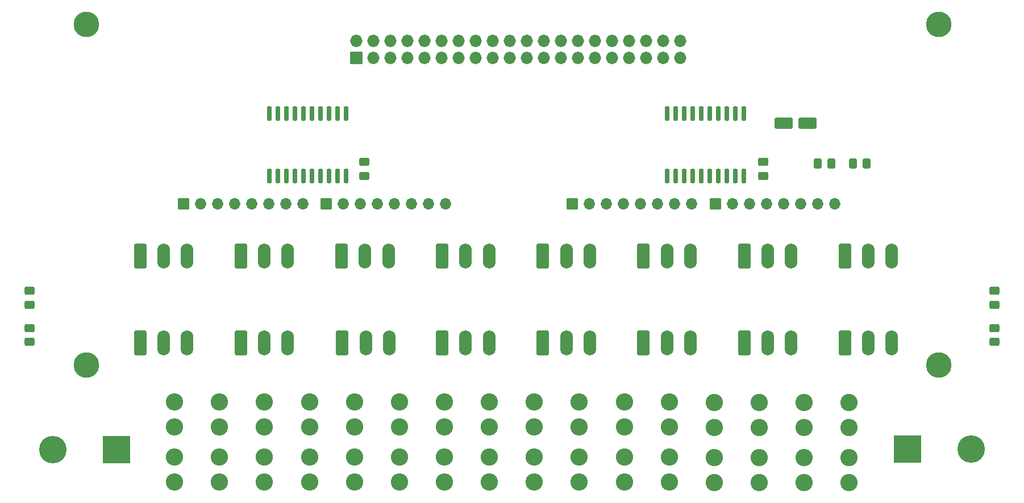
<source format=gbr>
G04 #@! TF.GenerationSoftware,KiCad,Pcbnew,(6.0.5)*
G04 #@! TF.CreationDate,2022-05-09T00:24:36-04:00*
G04 #@! TF.ProjectId,PB_16,50425f31-362e-46b6-9963-61645f706362,v2*
G04 #@! TF.SameCoordinates,Original*
G04 #@! TF.FileFunction,Soldermask,Top*
G04 #@! TF.FilePolarity,Negative*
%FSLAX46Y46*%
G04 Gerber Fmt 4.6, Leading zero omitted, Abs format (unit mm)*
G04 Created by KiCad (PCBNEW (6.0.5)) date 2022-05-09 00:24:36*
%MOMM*%
%LPD*%
G01*
G04 APERTURE LIST*
G04 Aperture macros list*
%AMRoundRect*
0 Rectangle with rounded corners*
0 $1 Rounding radius*
0 $2 $3 $4 $5 $6 $7 $8 $9 X,Y pos of 4 corners*
0 Add a 4 corners polygon primitive as box body*
4,1,4,$2,$3,$4,$5,$6,$7,$8,$9,$2,$3,0*
0 Add four circle primitives for the rounded corners*
1,1,$1+$1,$2,$3*
1,1,$1+$1,$4,$5*
1,1,$1+$1,$6,$7*
1,1,$1+$1,$8,$9*
0 Add four rect primitives between the rounded corners*
20,1,$1+$1,$2,$3,$4,$5,0*
20,1,$1+$1,$4,$5,$6,$7,0*
20,1,$1+$1,$6,$7,$8,$9,0*
20,1,$1+$1,$8,$9,$2,$3,0*%
G04 Aperture macros list end*
%ADD10RoundRect,0.301000X-1.050000X-0.550000X1.050000X-0.550000X1.050000X0.550000X-1.050000X0.550000X0*%
%ADD11RoundRect,0.300999X0.450001X-0.325001X0.450001X0.325001X-0.450001X0.325001X-0.450001X-0.325001X0*%
%ADD12RoundRect,0.301000X-0.650000X-1.550000X0.650000X-1.550000X0.650000X1.550000X-0.650000X1.550000X0*%
%ADD13O,1.902000X3.702000*%
%ADD14C,2.577000*%
%ADD15RoundRect,0.051000X-0.800000X-0.800000X0.800000X-0.800000X0.800000X0.800000X-0.800000X0.800000X0*%
%ADD16O,1.702000X1.702000*%
%ADD17C,3.802000*%
%ADD18RoundRect,0.300999X-0.450001X0.325001X-0.450001X-0.325001X0.450001X-0.325001X0.450001X0.325001X0*%
%ADD19RoundRect,0.300999X0.325001X0.450001X-0.325001X0.450001X-0.325001X-0.450001X0.325001X-0.450001X0*%
%ADD20RoundRect,0.051000X0.863600X-0.863600X0.863600X0.863600X-0.863600X0.863600X-0.863600X-0.863600X0*%
%ADD21O,1.829200X1.829200*%
%ADD22RoundRect,0.051000X2.000000X2.000000X-2.000000X2.000000X-2.000000X-2.000000X2.000000X-2.000000X0*%
%ADD23C,4.102000*%
%ADD24RoundRect,0.051000X-2.000000X-2.000000X2.000000X-2.000000X2.000000X2.000000X-2.000000X2.000000X0*%
%ADD25RoundRect,0.201000X-0.150000X0.875000X-0.150000X-0.875000X0.150000X-0.875000X0.150000X0.875000X0*%
G04 APERTURE END LIST*
D10*
X184951000Y-96817800D03*
X188551000Y-96817800D03*
D11*
X181901000Y-104642800D03*
X181901000Y-102592800D03*
D12*
X89100000Y-129600000D03*
D13*
X92600000Y-129600000D03*
X96100000Y-129600000D03*
D12*
X119100000Y-116600000D03*
D13*
X122600000Y-116600000D03*
X126100000Y-116600000D03*
D12*
X119214342Y-129600000D03*
D13*
X122714342Y-129600000D03*
X126214342Y-129600000D03*
D12*
X134100000Y-116600000D03*
D13*
X137600000Y-116600000D03*
X141100000Y-116600000D03*
D12*
X134100000Y-129600000D03*
D13*
X137600000Y-129600000D03*
X141100000Y-129600000D03*
D12*
X149100000Y-116600000D03*
D13*
X152600000Y-116600000D03*
X156100000Y-116600000D03*
D12*
X149100000Y-129600000D03*
D13*
X152600000Y-129600000D03*
X156100000Y-129600000D03*
D12*
X164100000Y-116600000D03*
D13*
X167600000Y-116600000D03*
X171100000Y-116600000D03*
D12*
X164100000Y-129600000D03*
D13*
X167600000Y-129600000D03*
X171100000Y-129600000D03*
D12*
X179100000Y-116600000D03*
D13*
X182600000Y-116600000D03*
X186100000Y-116600000D03*
D12*
X179100000Y-129600000D03*
D13*
X182600000Y-129600000D03*
X186100000Y-129600000D03*
D12*
X194100000Y-116600000D03*
D13*
X197600000Y-116600000D03*
X201100000Y-116600000D03*
D12*
X194100000Y-129600000D03*
D13*
X197600000Y-129600000D03*
X201100000Y-129600000D03*
D14*
X94222600Y-150288600D03*
X94222600Y-146588600D03*
X94222600Y-142088600D03*
X94222600Y-138388600D03*
X134425198Y-150298600D03*
X134425198Y-146598600D03*
X134425198Y-142098600D03*
X134425198Y-138398600D03*
X181328229Y-150363600D03*
X181328229Y-146663600D03*
X181328229Y-142163600D03*
X181328229Y-138463600D03*
D11*
X122501000Y-104642800D03*
X122501000Y-102592800D03*
D14*
X100923033Y-150303600D03*
X100923033Y-146603600D03*
X100923033Y-142103600D03*
X100923033Y-138403600D03*
X127724765Y-150298600D03*
X127724765Y-146598600D03*
X127724765Y-142098600D03*
X127724765Y-138398600D03*
X141125631Y-150298600D03*
X141125631Y-146598600D03*
X141125631Y-142098600D03*
X141125631Y-138398600D03*
X147826064Y-150298600D03*
X147826064Y-146598600D03*
X147826064Y-142098600D03*
X147826064Y-138398600D03*
X154526497Y-150298600D03*
X154526497Y-146598600D03*
X154526497Y-142098600D03*
X154526497Y-138398600D03*
X194729100Y-150363600D03*
X194729100Y-146663600D03*
X194729100Y-142163600D03*
X194729100Y-138463600D03*
X121024332Y-150298600D03*
X121024332Y-146598600D03*
X121024332Y-142098600D03*
X121024332Y-138398600D03*
X107623466Y-150303600D03*
X107623466Y-146603600D03*
X107623466Y-142103600D03*
X107623466Y-138403600D03*
X174627796Y-150363600D03*
X174627796Y-146663600D03*
X174627796Y-142163600D03*
X174627796Y-138463600D03*
D15*
X95561500Y-108813600D03*
D16*
X98101500Y-108813600D03*
X100641500Y-108813600D03*
X103181500Y-108813600D03*
X105721500Y-108813600D03*
X108261500Y-108813600D03*
X110801500Y-108813600D03*
X113341500Y-108813600D03*
D14*
X161226930Y-150298600D03*
X161226930Y-146598600D03*
X161226930Y-142098600D03*
X161226930Y-138398600D03*
D15*
X153486200Y-108813600D03*
D16*
X156026200Y-108813600D03*
X158566200Y-108813600D03*
X161106200Y-108813600D03*
X163646200Y-108813600D03*
X166186200Y-108813600D03*
X168726200Y-108813600D03*
X171266200Y-108813600D03*
D15*
X174812600Y-108813600D03*
D16*
X177352600Y-108813600D03*
X179892600Y-108813600D03*
X182432600Y-108813600D03*
X184972600Y-108813600D03*
X187512600Y-108813600D03*
X190052600Y-108813600D03*
X192592600Y-108813600D03*
D15*
X116852700Y-108813600D03*
D16*
X119392700Y-108813600D03*
X121932700Y-108813600D03*
X124472700Y-108813600D03*
X127012700Y-108813600D03*
X129552700Y-108813600D03*
X132092700Y-108813600D03*
X134632700Y-108813600D03*
D14*
X114323899Y-150303600D03*
X114323899Y-146603600D03*
X114323899Y-142103600D03*
X114323899Y-138403600D03*
D12*
X89100000Y-116600000D03*
D13*
X92600000Y-116600000D03*
X96100000Y-116600000D03*
D12*
X104100000Y-116600000D03*
D13*
X107600000Y-116600000D03*
X111100000Y-116600000D03*
D12*
X104100000Y-129600000D03*
D13*
X107600000Y-129600000D03*
X111100000Y-129600000D03*
D14*
X188028662Y-150363600D03*
X188028662Y-146663600D03*
X188028662Y-142163600D03*
X188028662Y-138463600D03*
X167927363Y-150298600D03*
X167927363Y-146598600D03*
X167927363Y-142098600D03*
X167927363Y-138398600D03*
D17*
X81113000Y-82066600D03*
X208113000Y-82066600D03*
D18*
X72601000Y-121806000D03*
X72601000Y-123856000D03*
X72601000Y-127367000D03*
X72601000Y-129417000D03*
D19*
X192126000Y-102817800D03*
X190076000Y-102817800D03*
D20*
X121301000Y-87057800D03*
D21*
X121301000Y-84517800D03*
X123841000Y-87057800D03*
X123841000Y-84517800D03*
X126381000Y-87057800D03*
X126381000Y-84517800D03*
X128921000Y-87057800D03*
X128921000Y-84517800D03*
X131461000Y-87057800D03*
X131461000Y-84517800D03*
X134001000Y-87057800D03*
X134001000Y-84517800D03*
X136541000Y-87057800D03*
X136541000Y-84517800D03*
X139081000Y-87057800D03*
X139081000Y-84517800D03*
X141621000Y-87057800D03*
X141621000Y-84517800D03*
X144161000Y-87057800D03*
X144161000Y-84517800D03*
X146701000Y-87057800D03*
X146701000Y-84517800D03*
X149241000Y-87057800D03*
X149241000Y-84517800D03*
X151781000Y-87057800D03*
X151781000Y-84517800D03*
X154321000Y-87057800D03*
X154321000Y-84517800D03*
X156861000Y-87057800D03*
X156861000Y-84517800D03*
X159401000Y-87057800D03*
X159401000Y-84517800D03*
X161941000Y-87057800D03*
X161941000Y-84517800D03*
X164481000Y-87057800D03*
X164481000Y-84517800D03*
X167021000Y-87057800D03*
X167021000Y-84517800D03*
X169561000Y-87057800D03*
X169561000Y-84517800D03*
D19*
X197326000Y-102817800D03*
X195276000Y-102817800D03*
D22*
X85601000Y-145517800D03*
D23*
X76101000Y-145517800D03*
D17*
X208127600Y-132866600D03*
D24*
X203401000Y-145417800D03*
D23*
X212901000Y-145417800D03*
D18*
X216401000Y-127367000D03*
X216401000Y-129417000D03*
X216401000Y-121806000D03*
X216401000Y-123856000D03*
D25*
X179016000Y-95367800D03*
X177746000Y-95367800D03*
X176476000Y-95367800D03*
X175206000Y-95367800D03*
X173936000Y-95367800D03*
X172666000Y-95367800D03*
X171396000Y-95367800D03*
X170126000Y-95367800D03*
X168856000Y-95367800D03*
X167586000Y-95367800D03*
X167586000Y-104667800D03*
X168856000Y-104667800D03*
X170126000Y-104667800D03*
X171396000Y-104667800D03*
X172666000Y-104667800D03*
X173936000Y-104667800D03*
X175206000Y-104667800D03*
X176476000Y-104667800D03*
X177746000Y-104667800D03*
X179016000Y-104667800D03*
X119816000Y-95367800D03*
X118546000Y-95367800D03*
X117276000Y-95367800D03*
X116006000Y-95367800D03*
X114736000Y-95367800D03*
X113466000Y-95367800D03*
X112196000Y-95367800D03*
X110926000Y-95367800D03*
X109656000Y-95367800D03*
X108386000Y-95367800D03*
X108386000Y-104667800D03*
X109656000Y-104667800D03*
X110926000Y-104667800D03*
X112196000Y-104667800D03*
X113466000Y-104667800D03*
X114736000Y-104667800D03*
X116006000Y-104667800D03*
X117276000Y-104667800D03*
X118546000Y-104667800D03*
X119816000Y-104667800D03*
D17*
X81127600Y-132866600D03*
M02*

</source>
